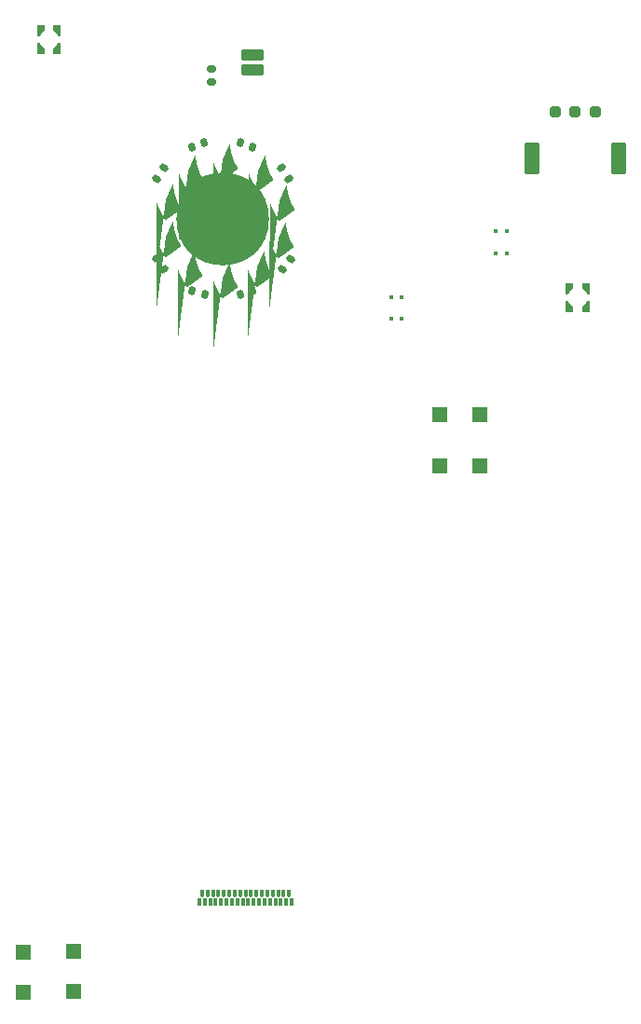
<source format=gtp>
%TF.GenerationSoftware,KiCad,Pcbnew,9.0.3*%
%TF.CreationDate,2025-08-09T15:08:58+03:00*%
%TF.ProjectId,Right,52696768-742e-46b6-9963-61645f706362,rev?*%
%TF.SameCoordinates,Original*%
%TF.FileFunction,Paste,Top*%
%TF.FilePolarity,Positive*%
%FSLAX46Y46*%
G04 Gerber Fmt 4.6, Leading zero omitted, Abs format (unit mm)*
G04 Created by KiCad (PCBNEW 9.0.3) date 2025-08-09 15:08:58*
%MOMM*%
%LPD*%
G01*
G04 APERTURE LIST*
G04 Aperture macros list*
%AMRoundRect*
0 Rectangle with rounded corners*
0 $1 Rounding radius*
0 $2 $3 $4 $5 $6 $7 $8 $9 X,Y pos of 4 corners*
0 Add a 4 corners polygon primitive as box body*
4,1,4,$2,$3,$4,$5,$6,$7,$8,$9,$2,$3,0*
0 Add four circle primitives for the rounded corners*
1,1,$1+$1,$2,$3*
1,1,$1+$1,$4,$5*
1,1,$1+$1,$6,$7*
1,1,$1+$1,$8,$9*
0 Add four rect primitives between the rounded corners*
20,1,$1+$1,$2,$3,$4,$5,0*
20,1,$1+$1,$4,$5,$6,$7,0*
20,1,$1+$1,$6,$7,$8,$9,0*
20,1,$1+$1,$8,$9,$2,$3,0*%
%AMFreePoly0*
4,1,7,0.150000,0.330000,0.150000,-0.365000,-0.150000,-0.365000,-0.150000,0.330000,-0.050000,0.370000,0.050000,0.370000,0.150000,0.330000,0.150000,0.330000,$1*%
%AMFreePoly1*
4,1,7,0.150000,-0.275000,0.050000,-0.315000,-0.050000,-0.315000,-0.150000,-0.275000,-0.150000,0.300000,0.150000,0.300000,0.150000,-0.275000,0.150000,-0.275000,$1*%
%AMFreePoly2*
4,1,72,0.663536,1.453536,0.664990,1.450312,0.674986,1.290376,0.684974,1.180502,0.694961,1.090620,0.704950,1.010707,0.714943,0.940757,0.734918,0.820906,0.764878,0.671101,0.824807,0.431389,0.834743,0.401581,0.834851,0.401213,0.844807,0.361389,0.934706,0.091692,0.964677,0.011772,1.004608,-0.088058,1.034593,-0.158023,1.074525,-0.247870,1.184421,-0.467662,1.234361,-0.557554,
1.274329,-0.627498,1.334250,-0.727365,1.404218,-0.837317,1.405000,-0.840001,1.405000,-0.860000,1.403536,-0.863536,1.402936,-0.864047,-0.017064,-1.894047,-0.020786,-1.894938,-0.024047,-1.892936,-0.094096,-1.792867,-0.094218,-1.792684,-0.164258,-1.682620,-0.244258,-1.552620,-0.244341,-1.552480,-0.324341,-1.412481,-0.384389,-1.302394,-0.384472,-1.302236,-0.524472,-1.022236,-0.524569,-1.022031,
-0.564525,-0.932131,-0.574472,-0.912236,-0.574596,-0.911970,-0.634596,-0.771971,-0.634642,-0.771857,-0.694683,-0.621756,-0.724682,-0.541756,-0.784714,-0.371664,-0.824743,-0.251582,-0.824789,-0.251437,-0.854808,-0.151375,-0.894808,-0.011374,-0.894852,-0.011213,-0.954851,0.228787,-0.954893,0.228971,-0.994893,0.418970,-1.024932,0.579178,-1.044932,0.699179,-1.044950,0.699293,-1.054950,0.769293,
-1.074969,0.929448,-1.084969,1.019448,-1.084984,1.019585,-1.094983,1.139584,-1.104990,1.279688,-1.114990,1.439688,-1.115000,1.440000,-1.115000,1.450000,-1.113536,1.453535,-1.110000,1.455000,0.660000,1.455000,0.663536,1.453536,0.663536,1.453536,$1*%
%AMFreePoly3*
4,1,18,0.303536,0.288536,0.305000,0.285000,0.305000,-0.285000,0.303536,-0.288536,0.302883,-0.289085,0.133380,-0.408734,0.004109,-0.557891,-0.085642,-0.717451,-0.088652,-0.719815,-0.090000,-0.720000,-0.300000,-0.720000,-0.303536,-0.718536,-0.305000,-0.715000,-0.305000,0.285000,-0.303536,0.288536,-0.300000,0.290000,0.300000,0.290000,0.303536,0.288536,0.303536,0.288536,$1*%
%AMFreePoly4*
4,1,18,0.303536,0.283536,0.305000,0.280000,0.305000,-0.720000,0.303536,-0.723536,0.300125,-0.724998,0.100125,-0.729998,0.096554,-0.728623,0.095554,-0.727287,0.005843,-0.552850,-0.113359,-0.418746,-0.302896,-0.284076,-0.304930,-0.280834,-0.305000,-0.280000,-0.305000,0.280000,-0.303536,0.283536,-0.300000,0.285000,0.300000,0.285000,0.303536,0.283536,0.303536,0.283536,$1*%
G04 Aperture macros list end*
%ADD10FreePoly0,0.000000*%
%ADD11FreePoly1,0.000000*%
%ADD12RoundRect,0.100000X-0.100000X-0.100000X0.100000X-0.100000X0.100000X0.100000X-0.100000X0.100000X0*%
%ADD13RoundRect,0.150000X0.065404X0.284117X-0.219913X0.191412X-0.065404X-0.284117X0.219913X-0.191412X0*%
%ADD14RoundRect,0.150000X-0.223220X-0.187544X0.060436X-0.285215X0.223220X0.187544X-0.060436X0.285215X0*%
%ADD15RoundRect,0.150000X-0.290824X-0.020521X-0.118752X-0.266267X0.290824X0.020521X0.118752X0.266267X0*%
%ADD16RoundRect,0.150000X-0.060436X-0.285215X0.223220X-0.187544X0.060436X0.285215X-0.223220X0.187544X0*%
%ADD17FreePoly2,324.000000*%
%ADD18FreePoly2,288.000000*%
%ADD19FreePoly2,252.000000*%
%ADD20FreePoly2,216.000000*%
%ADD21FreePoly2,180.000000*%
%ADD22FreePoly2,144.000000*%
%ADD23FreePoly2,108.000000*%
%ADD24FreePoly2,72.000000*%
%ADD25FreePoly2,36.000000*%
%ADD26FreePoly2,0.000000*%
%ADD27C,0.858836*%
%ADD28C,8.420022*%
%ADD29RoundRect,0.150000X0.219913X0.191412X-0.065404X0.284117X-0.219913X-0.191412X0.065404X-0.284117X0*%
%ADD30RoundRect,0.100000X-0.900000X0.400000X-0.900000X-0.400000X0.900000X-0.400000X0.900000X0.400000X0*%
%ADD31RoundRect,0.150000X0.290422X0.025594X0.114086X0.268299X-0.290422X-0.025594X-0.114086X-0.268299X0*%
%ADD32FreePoly3,0.000000*%
%ADD33FreePoly4,180.000000*%
%ADD34FreePoly3,180.000000*%
%ADD35FreePoly4,0.000000*%
%ADD36RoundRect,0.150000X0.250000X-0.150000X0.250000X0.150000X-0.250000X0.150000X-0.250000X-0.150000X0*%
%ADD37RoundRect,0.140000X0.560000X1.260000X-0.560000X1.260000X-0.560000X-1.260000X0.560000X-1.260000X0*%
%ADD38RoundRect,0.178571X0.321429X0.321429X-0.321429X0.321429X-0.321429X-0.321429X0.321429X-0.321429X0*%
%ADD39RoundRect,0.150000X-0.114086X0.268299X-0.290422X0.025594X0.114086X-0.268299X0.290422X-0.025594X0*%
%ADD40RoundRect,0.150000X0.118752X-0.266267X0.290824X-0.020521X-0.118752X0.266267X-0.290824X0.020521X0*%
%ADD41R,1.400000X1.400000*%
G04 APERTURE END LIST*
D10*
%TO.C,J1*%
X110830000Y-179930000D03*
D11*
X111080000Y-179180000D03*
D10*
X111324118Y-179930000D03*
D11*
X111573750Y-179180000D03*
D10*
X111818235Y-179930000D03*
D11*
X112067500Y-179180000D03*
D10*
X112312353Y-179930000D03*
D11*
X112561250Y-179180000D03*
D10*
X112806471Y-179930000D03*
D11*
X113055000Y-179180000D03*
D10*
X113300588Y-179930000D03*
D11*
X113548750Y-179180000D03*
D10*
X113794706Y-179930000D03*
D11*
X114042500Y-179180000D03*
D10*
X114288824Y-179930000D03*
D11*
X114536250Y-179180000D03*
D10*
X114782941Y-179930000D03*
D11*
X115030000Y-179180000D03*
D10*
X115277059Y-179930000D03*
D11*
X115523750Y-179180000D03*
D10*
X115771176Y-179930000D03*
D11*
X116017500Y-179180000D03*
D10*
X116265294Y-179930000D03*
D11*
X116511250Y-179180000D03*
D10*
X116759412Y-179930000D03*
D11*
X117005000Y-179180000D03*
D10*
X117253529Y-179930000D03*
D11*
X117498750Y-179180000D03*
D10*
X117747647Y-179930000D03*
D11*
X117992500Y-179180000D03*
D10*
X118241765Y-179930000D03*
D11*
X118486250Y-179180000D03*
D10*
X118735882Y-179930000D03*
D11*
X118980000Y-179180000D03*
D10*
X119230000Y-179930000D03*
%TD*%
D12*
%TO.C,U1*%
X128250000Y-124950000D03*
X128250000Y-126950000D03*
X129250000Y-124950000D03*
X129250000Y-126950000D03*
%TD*%
D13*
%TO.C,R6*%
X115695634Y-124339590D03*
X114544856Y-124713500D03*
%TD*%
D14*
%TO.C,R3*%
X114555123Y-110950477D03*
X115699200Y-111344415D03*
%TD*%
D15*
%TO.C,R4*%
X118280854Y-113233509D03*
X118974882Y-114224683D03*
%TD*%
D16*
%TO.C,R2*%
X110155123Y-111324523D03*
X111299200Y-110930585D03*
%TD*%
D17*
%TO.C,SW1*%
X107820000Y-116120000D03*
D18*
X109790000Y-113440000D03*
D19*
X112980000Y-112430000D03*
D20*
X116140000Y-113480000D03*
D21*
X118080000Y-116180000D03*
D22*
X118060000Y-119520000D03*
D23*
X116080000Y-122200000D03*
D24*
X112910000Y-123210000D03*
D25*
X109740000Y-122160000D03*
D26*
X107800000Y-119450000D03*
D27*
X109310000Y-117820000D03*
D28*
X112970000Y-117830000D03*
%TD*%
D29*
%TO.C,R7*%
X111321336Y-124735410D03*
X110170558Y-124361500D03*
%TD*%
D30*
%TO.C,BT1*%
X115625000Y-102950000D03*
X115625000Y-104350000D03*
%TD*%
D12*
%TO.C,U2*%
X137800000Y-118975000D03*
X137800000Y-120975000D03*
X138800000Y-118975000D03*
X138800000Y-120975000D03*
%TD*%
D31*
%TO.C,R8*%
X107614580Y-122401525D03*
X106903360Y-121422615D03*
%TD*%
D32*
%TO.C,J5*%
X144490000Y-123930000D03*
D33*
X144490000Y-126060000D03*
D34*
X145950000Y-126060000D03*
D35*
X145950000Y-123930000D03*
%TD*%
D36*
%TO.C,F1*%
X111900000Y-105410000D03*
X111900000Y-104200000D03*
%TD*%
D37*
%TO.C,RV1*%
X148905000Y-112330000D03*
D38*
X146825000Y-108150000D03*
X144995000Y-108130000D03*
X143175000Y-108130000D03*
D37*
X141095000Y-112320000D03*
%TD*%
D39*
%TO.C,R5*%
X119102671Y-121489590D03*
X118391451Y-122468500D03*
%TD*%
D32*
%TO.C,J6*%
X96420000Y-100490000D03*
D33*
X96420000Y-102620000D03*
D34*
X97880000Y-102620000D03*
D35*
X97880000Y-100490000D03*
%TD*%
D40*
%TO.C,R1*%
X106922310Y-114178620D03*
X107616338Y-113187446D03*
%TD*%
D41*
%TO.C,SW3*%
X94825000Y-184455000D03*
X94805000Y-188095000D03*
X99435000Y-184435000D03*
X99415000Y-188075000D03*
%TD*%
%TO.C,SW4*%
X132720000Y-140260000D03*
X136360000Y-140280000D03*
X132700000Y-135650000D03*
X136340000Y-135670000D03*
%TD*%
M02*

</source>
